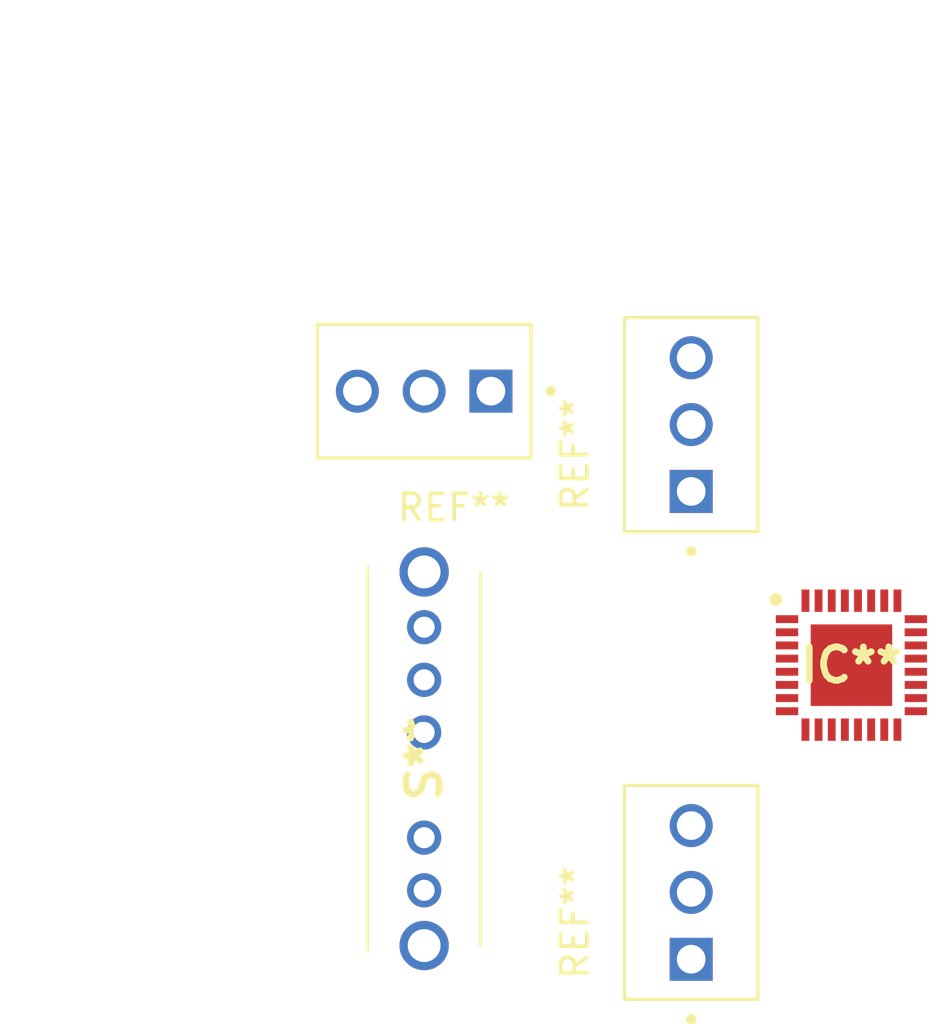
<source format=kicad_pcb>
(kicad_pcb (version 20211014) (generator pcbnew)
  (layers (0 "F.Cu" signal) (31 "B.Cu" signal) (34 "B.Paste" user) (35 "F.Paste" user) (36 "B.SilkS" user "B.Silkscreen") (37 "F.SilkS" user "F.Silkscreen") (38 "B.Mask" user) (39 "F.Mask" user) (44 "Edge.Cuts" user))
  (net 0 "")
  (footprint "footprints:SW-T3-2B-A-A3-S1" (layer "F.Cu") (at 190.5 114.3 90)
    (fp_text reference "REF**" (at -1.14 -4.425 90) (layer "F.SilkS"))
    (fp_text value "SW-T3-2B-A-A3-S1")
    (fp_line (start 4.065 2.54) (end 4.065 -2.54) (layer "F.SilkS") (width 0.127))
    (fp_line (start -4.065 2.54) (end -4.065 -2.54) (layer "F.SilkS") (width 0.127))
    (fp_line (start -4.065 -2.54) (end 4.065 -2.54) (layer "F.SilkS") (width 0.127))
    (fp_line (start 4.065 2.54) (end -4.065 2.54) (layer "F.SilkS") (width 0.127))
    (fp_circle (center -4.815 0) (end -4.715 0) (layer "F.SilkS") (width 0.2) (fill none))
    (pad "1" thru_hole rect (at -2.54 0 90) (size 1.635 1.635) (drill 1.09) (layers F&B.Cu *.Mask))
    (pad "2" thru_hole circle (at 0 0 90) (size 1.635 1.635) (drill 1.09) (layers F&B.Cu *.Mask))
    (pad "3" thru_hole circle (at 2.54 0 90) (size 1.635 1.635) (drill 1.09) (layers F&B.Cu *.Mask))
  )
  (footprint "footprints:QFN50P500X500X60-33N-D" (layer "F.Cu") (at 196.596 105.664)
    (fp_text reference "IC**" (at 0 0) (layer "F.SilkS") (effects (font (size 1.27 1.27) (thickness 0.254))))
    (fp_text value "QFN50P500X500X60-33N-D" hide)
    (fp_circle (center -2.875 -2.5) (end -2.875 -2.375) (layer "F.SilkS") (width 0.25) (fill none))
    (pad "1" smd rect locked (at -2.45 -1.75 90) (size 0.3 0.85) (layers "F.Cu" "F.Paste" "F.Mask"))
    (pad "2" smd rect locked (at -2.45 -1.25 90) (size 0.3 0.85) (layers "F.Cu" "F.Paste" "F.Mask"))
    (pad "3" smd rect locked (at -2.45 -0.75 90) (size 0.3 0.85) (layers "F.Cu" "F.Paste" "F.Mask"))
    (pad "4" smd rect locked (at -2.45 -0.25 90) (size 0.3 0.85) (layers "F.Cu" "F.Paste" "F.Mask"))
    (pad "5" smd rect locked (at -2.45 0.25 90) (size 0.3 0.85) (layers "F.Cu" "F.Paste" "F.Mask"))
    (pad "6" smd rect locked (at -2.45 0.75 90) (size 0.3 0.85) (layers "F.Cu" "F.Paste" "F.Mask"))
    (pad "7" smd rect locked (at -2.45 1.25 90) (size 0.3 0.85) (layers "F.Cu" "F.Paste" "F.Mask"))
    (pad "8" smd rect locked (at -2.45 1.75 90) (size 0.3 0.85) (layers "F.Cu" "F.Paste" "F.Mask"))
    (pad "9" smd rect locked (at -1.75 2.45) (size 0.3 0.85) (layers "F.Cu" "F.Paste" "F.Mask"))
    (pad "10" smd rect locked (at -1.25 2.45) (size 0.3 0.85) (layers "F.Cu" "F.Paste" "F.Mask"))
    (pad "11" smd rect locked (at -0.75 2.45) (size 0.3 0.85) (layers "F.Cu" "F.Paste" "F.Mask"))
    (pad "12" smd rect locked (at -0.25 2.45) (size 0.3 0.85) (layers "F.Cu" "F.Paste" "F.Mask"))
    (pad "13" smd rect locked (at 0.25 2.45) (size 0.3 0.85) (layers "F.Cu" "F.Paste" "F.Mask"))
    (pad "14" smd rect locked (at 0.75 2.45) (size 0.3 0.85) (layers "F.Cu" "F.Paste" "F.Mask"))
    (pad "15" smd rect locked (at 1.25 2.45) (size 0.3 0.85) (layers "F.Cu" "F.Paste" "F.Mask"))
    (pad "16" smd rect locked (at 1.75 2.45) (size 0.3 0.85) (layers "F.Cu" "F.Paste" "F.Mask"))
    (pad "17" smd rect locked (at 2.45 1.75 90) (size 0.3 0.85) (layers "F.Cu" "F.Paste" "F.Mask"))
    (pad "18" smd rect locked (at 2.45 1.25 90) (size 0.3 0.85) (layers "F.Cu" "F.Paste" "F.Mask"))
    (pad "19" smd rect locked (at 2.45 0.75 90) (size 0.3 0.85) (layers "F.Cu" "F.Paste" "F.Mask"))
    (pad "20" smd rect locked (at 2.45 0.25 90) (size 0.3 0.85) (layers "F.Cu" "F.Paste" "F.Mask"))
    (pad "21" smd rect locked (at 2.45 -0.25 90) (size 0.3 0.85) (layers "F.Cu" "F.Paste" "F.Mask"))
    (pad "22" smd rect locked (at 2.45 -0.75 90) (size 0.3 0.85) (layers "F.Cu" "F.Paste" "F.Mask"))
    (pad "23" smd rect locked (at 2.45 -1.25 90) (size 0.3 0.85) (layers "F.Cu" "F.Paste" "F.Mask"))
    (pad "24" smd rect locked (at 2.45 -1.75 90) (size 0.3 0.85) (layers "F.Cu" "F.Paste" "F.Mask"))
    (pad "25" smd rect locked (at 1.75 -2.45) (size 0.3 0.85) (layers "F.Cu" "F.Paste" "F.Mask"))
    (pad "26" smd rect locked (at 1.25 -2.45) (size 0.3 0.85) (layers "F.Cu" "F.Paste" "F.Mask"))
    (pad "27" smd rect locked (at 0.75 -2.45) (size 0.3 0.85) (layers "F.Cu" "F.Paste" "F.Mask"))
    (pad "28" smd rect locked (at 0.25 -2.45) (size 0.3 0.85) (layers "F.Cu" "F.Paste" "F.Mask"))
    (pad "29" smd rect locked (at -0.25 -2.45) (size 0.3 0.85) (layers "F.Cu" "F.Paste" "F.Mask"))
    (pad "30" smd rect locked (at -0.75 -2.45) (size 0.3 0.85) (layers "F.Cu" "F.Paste" "F.Mask"))
    (pad "31" smd rect locked (at -1.25 -2.45) (size 0.3 0.85) (layers "F.Cu" "F.Paste" "F.Mask"))
    (pad "32" smd rect locked (at -1.75 -2.45) (size 0.3 0.85) (layers "F.Cu" "F.Paste" "F.Mask"))
    (pad "33" smd rect locked (at 0 0) (size 3.1 3.1) (layers "F.Cu" "F.Paste" "F.Mask"))
  )
  (footprint "footprints:SS14D0839VG5PA" (layer "F.Cu") (at 180.34 114.22 90)
    (fp_text reference "S**" (at 5 0 90) (layer "F.SilkS") (effects (font (size 1.27 1.27) (thickness 0.254))))
    (fp_text value "SS14D0839VG5PA" hide)
    (fp_line (start -2.1 2.15) (end 12.1 2.15) (layer "F.SilkS") (width 0.1))
    (fp_line (start -2.3 -2.15) (end 12.3 -2.15) (layer "F.SilkS") (width 0.1))
    (pad "1" thru_hole circle locked (at 0 0 90) (size 1.3 1.3) (drill 0.8) (layers *.Cu *.Mask))
    (pad "2" thru_hole circle locked (at 2 0 90) (size 1.3 1.3) (drill 0.8) (layers *.Cu *.Mask))
    (pad "3" thru_hole circle locked (at 6 0 90) (size 1.3 1.3) (drill 0.8) (layers *.Cu *.Mask))
    (pad "4" thru_hole circle locked (at 8 0 90) (size 1.3 1.3) (drill 0.8) (layers *.Cu *.Mask))
    (pad "5" thru_hole circle locked (at 10 0 90) (size 1.3 1.3) (drill 0.8) (layers *.Cu *.Mask))
    (pad "MH1" thru_hole circle locked (at -2.1 0 90) (size 1.875 1.875) (drill 1.25) (layers *.Cu *.Mask))
    (pad "MH2" thru_hole circle locked (at 12.1 0 90) (size 1.875 1.875) (drill 1.25) (layers *.Cu *.Mask))
  )
  (footprint "footprints:SW-T3-2B-A-A3-S1" (layer "F.Cu") (at 180.34 95.25 180)
    (fp_text reference "REF**" (at -1.14 -4.425) (layer "F.SilkS"))
    (fp_text value "SW-T3-2B-A-A3-S1")
    (fp_line (start 4.065 2.54) (end 4.065 -2.54) (layer "F.SilkS") (width 0.127))
    (fp_line (start -4.065 2.54) (end -4.065 -2.54) (layer "F.SilkS") (width 0.127))
    (fp_line (start -4.065 -2.54) (end 4.065 -2.54) (layer "F.SilkS") (width 0.127))
    (fp_line (start 4.065 2.54) (end -4.065 2.54) (layer "F.SilkS") (width 0.127))
    (fp_circle (center -4.815 0) (end -4.715 0) (layer "F.SilkS") (width 0.2) (fill none))
    (pad "1" thru_hole rect (at -2.54 0 180) (size 1.635 1.635) (drill 1.09) (layers F&B.Cu *.Mask))
    (pad "2" thru_hole circle (at 0 0 180) (size 1.635 1.635) (drill 1.09) (layers F&B.Cu *.Mask))
    (pad "3" thru_hole circle (at 2.54 0 180) (size 1.635 1.635) (drill 1.09) (layers F&B.Cu *.Mask))
  )
  (footprint "footprints:SW-T3-2B-A-A3-S1" (layer "F.Cu") (at 190.5 96.52 90)
    (fp_text reference "REF**" (at -1.14 -4.425 90) (layer "F.SilkS"))
    (fp_text value "SW-T3-2B-A-A3-S1")
    (fp_line (start -4.065 2.54) (end -4.065 -2.54) (layer "F.SilkS") (width 0.127))
    (fp_line (start -4.065 -2.54) (end 4.065 -2.54) (layer "F.SilkS") (width 0.127))
    (fp_line (start 4.065 2.54) (end -4.065 2.54) (layer "F.SilkS") (width 0.127))
    (fp_line (start 4.065 2.54) (end 4.065 -2.54) (layer "F.SilkS") (width 0.127))
    (fp_circle (center -4.815 0) (end -4.715 0) (layer "F.SilkS") (width 0.2) (fill none))
    (pad "1" thru_hole rect (at -2.54 0 90) (size 1.635 1.635) (drill 1.09) (layers *.Cu *.Mask))
    (pad "2" thru_hole circle (at 0 0 90) (size 1.635 1.635) (drill 1.09) (layers *.Cu *.Mask))
    (pad "3" thru_hole circle (at 2.54 0 90) (size 1.635 1.635) (drill 1.09) (layers *.Cu *.Mask))
  )
)
</source>
